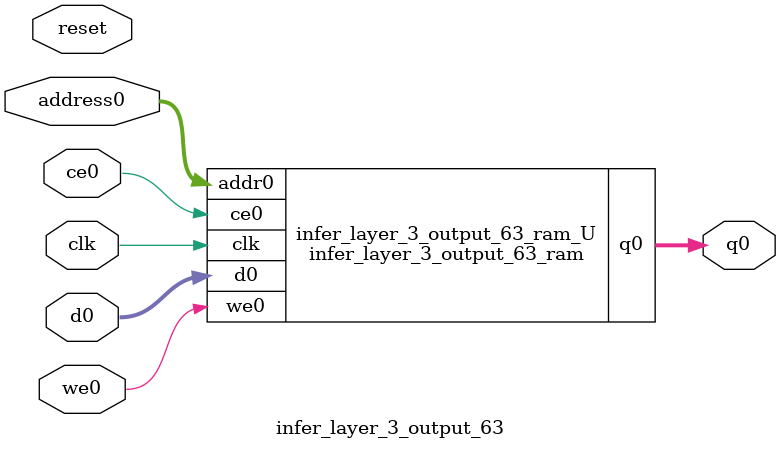
<source format=v>
`timescale 1 ns / 1 ps
module infer_layer_3_output_63_ram (addr0, ce0, d0, we0, q0,  clk);

parameter DWIDTH = 32;
parameter AWIDTH = 9;
parameter MEM_SIZE = 389;

input[AWIDTH-1:0] addr0;
input ce0;
input[DWIDTH-1:0] d0;
input we0;
output reg[DWIDTH-1:0] q0;
input clk;

reg [DWIDTH-1:0] ram[0:MEM_SIZE-1];




always @(posedge clk)  
begin 
    if (ce0) begin
        if (we0) 
            ram[addr0] <= d0; 
        q0 <= ram[addr0];
    end
end


endmodule

`timescale 1 ns / 1 ps
module infer_layer_3_output_63(
    reset,
    clk,
    address0,
    ce0,
    we0,
    d0,
    q0);

parameter DataWidth = 32'd32;
parameter AddressRange = 32'd389;
parameter AddressWidth = 32'd9;
input reset;
input clk;
input[AddressWidth - 1:0] address0;
input ce0;
input we0;
input[DataWidth - 1:0] d0;
output[DataWidth - 1:0] q0;



infer_layer_3_output_63_ram infer_layer_3_output_63_ram_U(
    .clk( clk ),
    .addr0( address0 ),
    .ce0( ce0 ),
    .we0( we0 ),
    .d0( d0 ),
    .q0( q0 ));

endmodule


</source>
